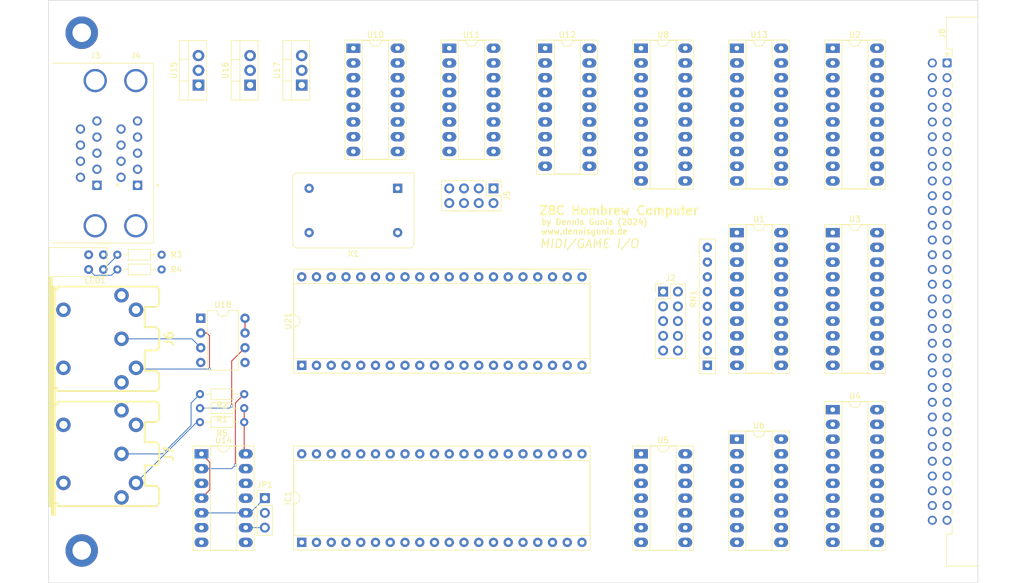
<source format=kicad_pcb>
(kicad_pcb (version 20221018) (generator pcbnew)
  (layers (0 "F.Cu" signal) (31 "B.Cu" signal) (34 "B.Paste" user) (35 "F.Paste" user) (36 "B.SilkS" user "B.Silkscreen") (37 "F.SilkS" user "F.Silkscreen") (38 "B.Mask" user) (39 "F.Mask" user) (44 "Edge.Cuts" user))
  (net 0 "")
  (net 1 "/#D1")
  (net 2 "/#D3")
  (net 3 "/#D5")
  (net 4 "/#D7")
  (net 5 "/~{INT}")
  (net 6 "IEI")
  (net 7 "IEO")
  (net 8 "/~{#M1}")
  (net 9 "+5V")
  (net 12 "MIDI_IN")
  (net 13 "Net-(IC1-~{RXCA})")
  (net 14 "MIDI_OUT")
  (net 19 "/#CLK_CPU")
  (net 20 "/~{#RESET}")
  (net 29 "GND")
  (net 30 "/~{#RD}")
  (net 31 "/#A1")
  (net 32 "/#A0")
  (net 33 "~{CS_SIO}")
  (net 34 "/~{#IOREQ}")
  (net 35 "/#D6")
  (net 36 "/#D4")
  (net 37 "/#D2")
  (net 38 "/#D0")
  (net 39 "/MEMAQ")
  (net 40 "/~{INT3}")
  (net 41 "/A0")
  (net 42 "/A1")
  (net 43 "/A2")
  (net 44 "/A3")
  (net 45 "/A4")
  (net 46 "/A5")
  (net 47 "/A6")
  (net 48 "/A7")
  (net 49 "/A8")
  (net 50 "/A9")
  (net 51 "/A10")
  (net 52 "/A11")
  (net 53 "/A12")
  (net 54 "/A13")
  (net 55 "/A14")
  (net 56 "/A15")
  (net 57 "/~{BUSREQ}")
  (net 58 "/~{BUSACK}")
  (net 59 "/A16")
  (net 60 "/A17")
  (net 61 "/A18")
  (net 62 "/A19")
  (net 63 "/A20")
  (net 64 "/A21")
  (net 65 "/A22{slash}SCL")
  (net 66 "/A23{slash}SDA")
  (net 67 "/~{INT0}")
  (net 68 "/~{INT1}")
  (net 69 "/~{INT2}")
  (net 70 "/D0")
  (net 71 "/D1")
  (net 72 "/D2")
  (net 73 "/D3")
  (net 74 "/D4")
  (net 75 "/D5")
  (net 76 "/D6")
  (net 77 "/D7")
  (net 78 "/~{RESET}")
  (net 79 "/CLK_CPU")
  (net 80 "/~{NMI}")
  (net 81 "/~{M1}")
  (net 82 "/~{WAIT}")
  (net 83 "/~{HALT}")
  (net 84 "/~{RD}")
  (net 85 "/~{WR}")
  (net 86 "/~{MREQ}")
  (net 87 "/~{IOREQ}")
  (net 88 "+12V")
  (net 89 "-12V")
  (net 92 "Net-(JP1-Pad2)")
  (net 93 "Net-(LED1-Pad1a)")
  (net 94 "Net-(LED1-Pad2a)")
  (net 95 "Net-(R1-Pad2)")
  (net 96 "Net-(R2-Pad1)")
  (net 97 "/{slash}IOREQ")
  (net 98 "/#A3")
  (net 99 "/#A4")
  (net 100 "/#A5")
  (net 101 "/#A6")
  (net 102 "/#A7")
  (net 103 "DEC_BUF_DIR")
  (net 104 "/#A2")
  (net 105 "/~{#WR}")
  (net 106 "~{WR_MUX}")
  (net 107 "~{RD_ADC}")
  (net 108 "JOYB0")
  (net 109 "JOYB1")
  (net 110 "JOYB2")
  (net 111 "JOYB3")
  (net 112 "FIREB{slash}LPB")
  (net 113 "~{ADC_RDY}")
  (net 114 "BUF_POTBX")
  (net 115 "BUF_POTBY")
  (net 116 "ADC_START")
  (net 117 "MUX_2")
  (net 118 "MUX_1")
  (net 119 "MUX_0")
  (net 120 "JOYA0")
  (net 121 "JOYA1")
  (net 122 "JOYA2")
  (net 123 "JOYA3")
  (net 124 "FIREA{slash}LPA")
  (net 125 "BUF_POTAX")
  (net 126 "BUF_POTAY")
  (net 128 "-10V")
  (net 129 "POTBY")
  (net 130 "POTAX")
  (net 131 "POTAY")
  (net 132 "POTBX")
  (net 133 "+10V")
  (net 134 "-15V")
  (net 136 "Net-(U14-Pad1)")
  (net 138 "Net-(J7-Pad4)")
  (net 139 "Net-(J7-Pad2)")
  (net 143 "Net-(J2-Pin_4)")
  (net 144 "Net-(J2-Pin_6)")
  (net 145 "Net-(J2-Pin_8)")
  (net 146 "Net-(J2-Pin_10)")
  (net 147 "Net-(U18-C)")
  (net 148 "Net-(U18-A)")
  (net 151 "Net-(JP1-C)")
  (net 152 "Net-(LED1-K-Pad1a)")
  (net 153 "Net-(LED1-A-Pad1b)")
  (net 154 "Net-(LED1-K-Pad2a)")
  (net 155 "Net-(LED1-A-Pad2b)")
  (net 156 "Net-(U18-VO)")
  (net 157 "Net-(RN1-R5)")
  (net 158 "Net-(RN1-R6)")
  (net 159 "Net-(RN1-R7)")
  (net 160 "Net-(RN1-R8)")
  (net 161 "Net-(U1-P=R)")
  (net 164 "Net-(U8-Load)")
  (net 169 "~{CS_PIO}")
  (net 181 "Net-(U10-CPC)")
  (net 185 "Net-(U11-A)")
  (net 188 "Net-(U12-D7)")
  (net 189 "Net-(U12-D6)")
  (net 190 "Net-(U12-D5)")
  (net 191 "Net-(U12-D4)")
  (net 192 "Net-(U12-D3)")
  (net 193 "Net-(U12-D2)")
  (net 194 "Net-(U12-D1)")
  (net 195 "Net-(U12-D0)")
  (footprint "Package_TO_SOT_THT:TO-220-3_Vertical" (layer "F.Cu") (at 110.49 59.69 90)
    (fp_text reference "U17")
    (fp_text value "LM7910_TO220")
  )
  (footprint "Package_DIP:DIP-40_W15.24mm_Socket" (layer "F.Cu") (at 110.49 107.95 90)
    (fp_text reference "U21")
    (fp_text value "PIO-DIP-40")
  )
  (footprint "Resistor_THT:R_Axial_DIN0204_L3.6mm_D1.6mm_P7.62mm_Horizontal" (layer "F.Cu") (at 78.74 91.44)
    (fp_text reference "R4")
    (fp_text value "10k")
  )
  (footprint "Resistor_THT:R_Array_SIP9" (layer "F.Cu") (at 180.34 107.95 90)
    (fp_text reference "RN1")
    (fp_text value "R_Network08")
  )
  (footprint "Connector_PinHeader_2.54mm:PinHeader_2x05_P2.54mm_Vertical" (layer "F.Cu") (at 172.72 95.25)
    (fp_text reference "J2")
    (fp_text value "Conn_02x05_Odd_Even")
  )
  (footprint "Connector_Dsub:DSUB-9_Female_Horizontal_P2.77x2.84mm_EdgePinOffset4.94mm_Housed_MountingHolesOffset7.48mm" (layer "F.Cu") (at 82.215 76.95 -90)
    (fp_text reference "J4")
    (fp_text value "DB9_Male" hide)
  )
  (footprint "Package_DIP:DIP-16_W7.62mm_Socket_LongPads" (layer "F.Cu") (at 135.9 53.34)
    (fp_text reference "U11")
    (fp_text value "74HCT4051")
  )
  (footprint "w_conn_av:din-5" (layer "F.Cu") (at 76.454 103.378 -90)
    (fp_text reference "J6")
    (fp_text value "DIN-5" hide)
  )
  (footprint "Package_DIP:DIP-20_W7.62mm_Socket_LongPads" (layer "F.Cu") (at 168.91 53.34)
    (fp_text reference "U8")
    (fp_text value "74LS573")
  )
  (footprint "Resistor_THT:R_Axial_DIN0204_L3.6mm_D1.6mm_P7.62mm_Horizontal" (layer "F.Cu") (at 78.74 88.9)
    (fp_text reference "R3")
    (fp_text value "10k")
  )
  (footprint "Package_TO_SOT_THT:TO-220-3_Vertical" (layer "F.Cu") (at 101.6 59.69 90)
    (fp_text reference "U16")
    (fp_text value "LM7810_TO220")
  )
  (footprint "w_conn_av:din-5" (layer "F.Cu") (at 76.454 123.19 -90)
    (fp_text reference "J7")
    (fp_text value "DIN-5" hide)
  )
  (footprint "Package_DIP:DIP-18_W7.62mm_Socket_LongPads" (layer "F.Cu") (at 152.4 53.34)
    (fp_text reference "U12")
    (fp_text value "AD570")
  )
  (footprint "Resistor_THT:R_Axial_DIN0204_L3.6mm_D1.6mm_P7.62mm_Horizontal" (layer "F.Cu") (at 100.584 117.729 180)
    (fp_text reference "R5")
    (fp_text value "10k")
  )
  (footprint "Resistor_THT:R_Axial_DIN0204_L3.6mm_D1.6mm_P7.62mm_Horizontal" (layer "F.Cu") (at 100.584 115.316 180)
    (fp_text reference "R1")
    (fp_text value "10k")
  )
  (footprint "w_conn_av:MENTOR A500 Dual 3mm" (layer "F.Cu") (at 75.0695 90.17 -90)
    (fp_text reference "LED1")
    (fp_text value "MENOTR_A500_Dual_3mm" hide)
  )
  (footprint "Package_DIP:DIP-20_W7.62mm_Socket_LongPads" (layer "F.Cu") (at 201.93 115.57)
    (fp_text reference "U4")
    (fp_text value "74HC245")
  )
  (footprint "Dennis:Z8C Card" (layer "F.Cu") (at 223.105 95.25)
    (fp_text reference "J8")
    (fp_text value "Z8C_Card")
    (fp_line (start -156.21 -50.165) (end -156.21 50.165) (stroke (width 0.1)) (layer "Edge.Cuts"))
    (fp_line (start -156.21 50.165) (end 3.81 50.165) (stroke (width 0.1)) (layer "Edge.Cuts"))
    (fp_line (start 3.81 -50.165) (end -156.21 -50.165) (stroke (width 0.1)) (layer "Edge.Cuts"))
    (fp_line (start 3.81 50.165) (end 3.81 -50.165) (stroke (width 0.1)) (layer "Edge.Cuts"))
  )
  (footprint "Package_DIP:DIP-16_W7.62mm_Socket_LongPads" (layer "F.Cu") (at 185.42 120.65)
    (fp_text reference "U6")
    (fp_text value "74HC138")
  )
  (footprint "Package_DIP:DIP-14_W7.62mm_Socket_LongPads" (layer "F.Cu") (at 93.228 123.19)
    (fp_text reference "U14")
    (fp_text value "74LS06")
  )
  (footprint "Connector_PinHeader_2.54mm:PinHeader_1x03_P2.54mm_Vertical" (layer "F.Cu") (at 104.14 130.81)
    (fp_text reference "JP1")
    (fp_text value "Jumper_3_Open")
  )
  (footprint "Oscillator:Oscillator_DIP-14" (layer "F.Cu") (at 127 77.47 180)
    (fp_text reference "X1")
    (fp_text value "1MHz")
  )
  (footprint "Package_DIP:DIP-16_W7.62mm_Socket_LongPads" (layer "F.Cu") (at 119.38 53.34)
    (fp_text reference "U10")
    (fp_text value "74HC590")
  )
  (footprint "Package_DIP:DIP-40_W15.24mm_Socket" (layer "F.Cu") (at 110.49 138.43 90)
    (fp_text reference "IC1")
    (fp_text value "SIO0-DIP-40")
  )
  (footprint "Package_DIP:DIP-20_W7.62mm_Socket_LongPads" (layer "F.Cu") (at 185.42 53.34)
    (fp_text reference "U13")
    (fp_text value "74HC245")
  )
  (footprint "Package_DIP:DIP-20_W7.62mm_Socket_LongPads" (layer "F.Cu") (at 201.93 85.09)
    (fp_text reference "U3")
    (fp_text value "74HC245")
  )
  (footprint "Package_TO_SOT_THT:TO-220-3_Vertical" (layer "F.Cu") (at 92.71 59.69 90)
    (fp_text reference "U15")
    (fp_text value "LM7915_TO220")
  )
  (footprint "Resistor_THT:R_Axial_DIN0204_L3.6mm_D1.6mm_P7.62mm_Horizontal" (layer "F.Cu") (at 100.584 112.903 180)
    (fp_text reference "R2")
    (fp_text value "10k")
  )
  (footprint "Package_DIP:DIP-20_W7.62mm_Socket_LongPads" (layer "F.Cu") (at 185.42 85.09)
    (fp_text reference "U1")
    (fp_text value "74LS688")
  )
  (footprint "Connector_PinHeader_2.54mm:PinHeader_2x04_P2.54mm_Vertical" (layer "F.Cu") (at 143.51 77.47 -90)
    (fp_text reference "J5")
    (fp_text value "Conn_02x04_Odd_Even")
  )
  (footprint "Package_DIP:DIP-20_W7.62mm_Socket_LongPads" (layer "F.Cu") (at 201.93 53.34)
    (fp_text reference "U2")
    (fp_text value "74HC245")
  )
  (footprint "Package_DIP:DIP-8_W7.62mm" (layer "F.Cu") (at 93.101 99.832)
    (fp_text reference "U18")
    (fp_text value "6N137")
  )
  (footprint "Package_DIP:DIP-14_W7.62mm_Socket_LongPads" (layer "F.Cu") (at 168.91 123.19)
    (fp_text reference "U5")
    (fp_text value "74HC02")
  )
  (footprint "Connector_Dsub:DSUB-9_Female_Horizontal_P2.77x2.84mm_EdgePinOffset4.94mm_Housed_MountingHolesOffset7.48mm" (layer "F.Cu") (at 75.23 76.95 -90)
    (fp_text reference "J3")
    (fp_text value "DB9_Male")
  )
  (gr_text "by Dennis Gunia (2024)\nwww.dennisgunia.de" (at 151.638 84.074) (layer "F.SilkS") (effects (font (size 1 1) (thickness 0.2)) (justify left)))
  (gr_text "MIDI/GAME I/O" (at 160.02 86.995) (layer "F.SilkS") (effects (font (size 1.5 1.5) (thickness 0.2) italic)))
  (gr_text "Z8C Hombrew Computer" (at 165.1 81.28) (layer "F.SilkS") (effects (font (size 1.5 1.5) (thickness 0.3))))
  (segment (start 100.584 117.729) (end 100.584 122.413) (width 0.1524) (layer "F.Cu") (net 9))
  (segment (start 100.721 102.372) (end 100.721 99.832) (width 0.1524) (layer "F.Cu") (net 9))
  (segment (start 100.584 122.413) (end 100.848 122.677) (width 0.1524) (layer "F.Cu") (net 9))
  (segment (start 100.584 117.729) (end 100.584 115.316) (width 0.1524) (layer "F.Cu") (net 9))
  (segment (start 100.848 133.35) (end 93.228 133.35) (width 0.1524) (layer "B.Cu") (net 12))
  (segment (start 104.14 130.81) (end 101.6 133.35) (width 0.1524) (layer "B.Cu") (net 12))
  (segment (start 101.6 133.35) (end 100.848 133.35) (width 0.1524) (layer "B.Cu") (net 12))
  (segment (start 104.14 135.89) (end 100.848 135.89) (width 0.1524) (layer "B.Cu") (net 14))
  (segment (start 99.06 114.427) (end 100.584 112.903) (width 0.1524) (layer "F.Cu") (net 96))
  (segment (start 99.06 125.095) (end 99.06 114.427) (width 0.1524) (layer "F.Cu") (net 96))
  (via (at 99.06 125.095) (size 0.5) (drill 0.3) (layers "F.Cu" "B.Cu") (net 96))
  (segment (start 98.425 125.73) (end 99.06 125.095) (width 0.1524) (layer "B.Cu") (net 96))
  (segment (start 93.228 125.73) (end 98.425 125.73) (width 0.1524) (layer "B.Cu") (net 96))
  (segment (start 94.6566 124.6186) (end 93.228 123.19) (width 0.1524) (layer "F.Cu") (net 136))
  (segment (start 94.6566 129.3814) (end 94.6566 124.6186) (width 0.1524) (layer "F.Cu") (net 136))
  (segment (start 93.228 130.81) (end 94.6566 129.3814) (width 0.1524) (layer "F.Cu") (net 136))
  (segment (start 92.415 117.729) (end 92.964 117.729) (width 0.1524) (layer "B.Cu") (net 138))
  (segment (start 81.954 128.19) (end 92.415 117.729) (width 0.1524) (layer "B.Cu") (net 138))
  (segment (start 91.44 114.427) (end 92.964 112.903) (width 0.1524) (layer "B.Cu") (net 139))
  (segment (start 91.44 118.272948) (end 91.44 114.427) (width 0.1524) (layer "B.Cu") (net 139))
  (segment (start 86.522948 123.19) (end 91.44 118.272948) (width 0.1524) (layer "B.Cu") (net 139))
  (segment (start 79.454 123.19) (end 86.522948 123.19) (width 0.1524) (layer "B.Cu") (net 139))
  (segment (start 91.567 103.378) (end 93.101 104.912) (width 0.1524) (layer "B.Cu") (net 147))
  (segment (start 79.454 103.378) (end 91.567 103.378) (width 0.1524) (layer "B.Cu") (net 147))
  (segment (start 93.101 102.372) (end 94.117 102.372) (width 0.1524) (layer "F.Cu") (net 148))
  (segment (start 94.117 102.372) (end 94.615 102.87) (width 0.1524) (layer "F.Cu") (net 148))
  (segment (start 94.615 102.87) (end 94.615 108.585) (width 0.1524) (layer "F.Cu") (net 148))
  (via (at 94.615 108.585) (size 0.5) (drill 0.3) (layers "F.Cu" "B.Cu") (net 148))
  (segment (start 81.954 108.378) (end 82.161 108.585) (width 0.1524) (layer "B.Cu") (net 148))
  (segment (start 82.161 108.585) (end 94.615 108.585) (width 0.1524) (layer "B.Cu") (net 148))
  (segment (start 78.74 89.0395) (end 78.74 88.9) (width 0.1524) (layer "B.Cu") (net 153))
  (segment (start 76.3395 91.44) (end 78.74 89.0395) (width 0.1524) (layer "B.Cu") (net 153))
  (segment (start 77.7494 92.4306) (end 74.7901 92.4306) (width 0.1524) (layer "B.Cu") (net 155))
  (segment (start 74.7901 92.4306) (end 73.7995 91.44) (width 0.1524) (layer "B.Cu") (net 155))
  (segment (start 78.74 91.44) (end 77.7494 92.4306) (width 0.1524) (layer "B.Cu") (net 155))
  (segment (start 100.721 104.912) (end 98.425 107.208) (width 0.1524) (layer "F.Cu") (net 156))
  (segment (start 98.425 107.208) (end 98.425 114.935) (width 0.1524) (layer "F.Cu") (net 156))
  (via (at 98.425 114.935) (size 0.5) (drill 0.3) (layers "F.Cu" "B.Cu") (net 156))
  (segment (start 92.964 115.316) (end 98.044 115.316) (width 0.1524) (layer "B.Cu") (net 156))
  (segment (start 98.044 115.316) (end 98.425 114.935) (width 0.1524) (layer "B.Cu") (net 156))
)
</source>
